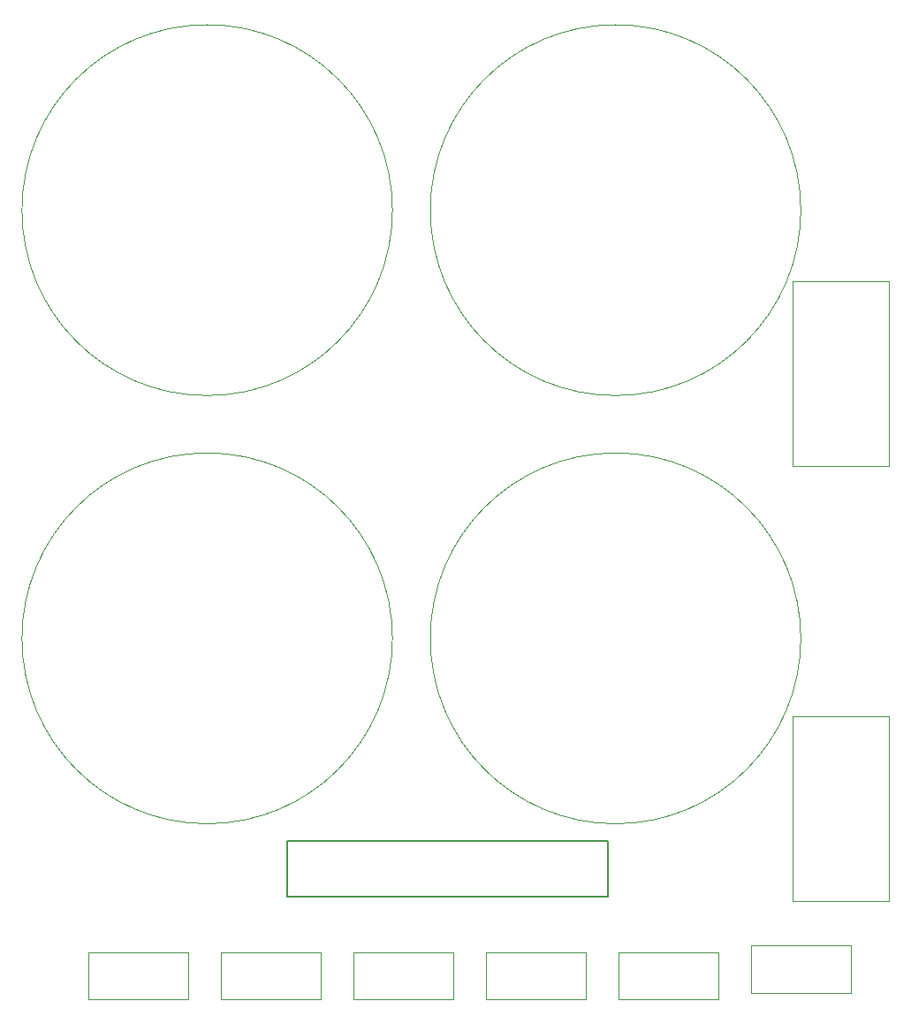
<source format=gbr>
G04 #@! TF.GenerationSoftware,KiCad,Pcbnew,(5.1.6)-1*
G04 #@! TF.CreationDate,2020-08-29T10:58:44-03:00*
G04 #@! TF.ProjectId,fontes2,666f6e74-6573-4322-9e6b-696361645f70,rev?*
G04 #@! TF.SameCoordinates,Original*
G04 #@! TF.FileFunction,Other,User*
%FSLAX46Y46*%
G04 Gerber Fmt 4.6, Leading zero omitted, Abs format (unit mm)*
G04 Created by KiCad (PCBNEW (5.1.6)-1) date 2020-08-29 10:58:44*
%MOMM*%
%LPD*%
G01*
G04 APERTURE LIST*
%ADD10C,0.050000*%
%ADD11C,0.152400*%
G04 APERTURE END LIST*
D10*
X177320000Y-82470000D02*
X168120000Y-82470000D01*
X168120000Y-82470000D02*
X168120000Y-100170000D01*
X168120000Y-100170000D02*
X177320000Y-100170000D01*
X177320000Y-100170000D02*
X177320000Y-82470000D01*
X177320000Y-40800000D02*
X168120000Y-40800000D01*
X168120000Y-40800000D02*
X168120000Y-58500000D01*
X168120000Y-58500000D02*
X177320000Y-58500000D01*
X177320000Y-58500000D02*
X177320000Y-40800000D01*
X148300000Y-109565000D02*
X138720000Y-109565000D01*
X148300000Y-109565000D02*
X148300000Y-105065000D01*
X138720000Y-105065000D02*
X138720000Y-109565000D01*
X138720000Y-105065000D02*
X148300000Y-105065000D01*
X173700000Y-108930000D02*
X164120000Y-108930000D01*
X173700000Y-108930000D02*
X173700000Y-104430000D01*
X164120000Y-104430000D02*
X164120000Y-108930000D01*
X164120000Y-104430000D02*
X173700000Y-104430000D01*
X161000000Y-109565000D02*
X151420000Y-109565000D01*
X161000000Y-109565000D02*
X161000000Y-105065000D01*
X151420000Y-105065000D02*
X151420000Y-109565000D01*
X151420000Y-105065000D02*
X161000000Y-105065000D01*
X110200000Y-109565000D02*
X100620000Y-109565000D01*
X110200000Y-109565000D02*
X110200000Y-105065000D01*
X100620000Y-105065000D02*
X100620000Y-109565000D01*
X100620000Y-105065000D02*
X110200000Y-105065000D01*
X135600000Y-109565000D02*
X126020000Y-109565000D01*
X135600000Y-109565000D02*
X135600000Y-105065000D01*
X126020000Y-105065000D02*
X126020000Y-109565000D01*
X126020000Y-105065000D02*
X135600000Y-105065000D01*
X122900000Y-109565000D02*
X113320000Y-109565000D01*
X122900000Y-109565000D02*
X122900000Y-105065000D01*
X113320000Y-105065000D02*
X113320000Y-109565000D01*
X113320000Y-105065000D02*
X122900000Y-105065000D01*
D11*
X150368000Y-94424500D02*
X150368000Y-99758500D01*
X150368000Y-99758500D02*
X119634000Y-99758500D01*
X119634000Y-99758500D02*
X119634000Y-94424500D01*
X119634000Y-94424500D02*
X150368000Y-94424500D01*
D10*
X168880000Y-75000000D02*
G75*
G03*
X168880000Y-75000000I-17750000J0D01*
G01*
X168880000Y-34000000D02*
G75*
G03*
X168880000Y-34000000I-17750000J0D01*
G01*
X129750000Y-75000000D02*
G75*
G03*
X129750000Y-75000000I-17750000J0D01*
G01*
X129750000Y-34000000D02*
G75*
G03*
X129750000Y-34000000I-17750000J0D01*
G01*
M02*

</source>
